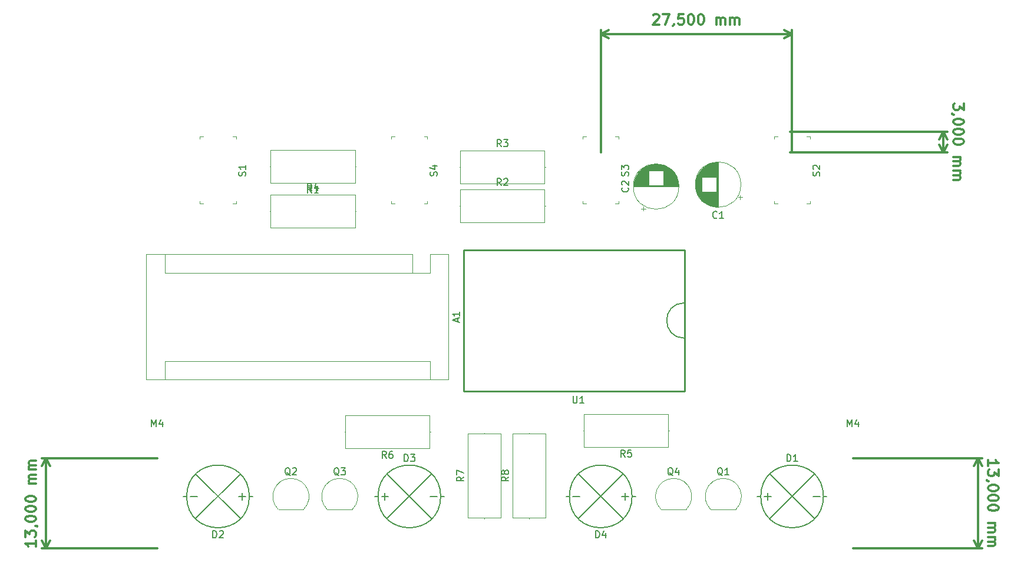
<source format=gbr>
G04 #@! TF.GenerationSoftware,KiCad,Pcbnew,5.0.2-bee76a0~70~ubuntu18.04.1*
G04 #@! TF.CreationDate,2019-01-02T21:03:54+01:00*
G04 #@! TF.ProjectId,magic-switchboard,6d616769-632d-4737-9769-746368626f61,v2*
G04 #@! TF.SameCoordinates,Original*
G04 #@! TF.FileFunction,Legend,Top*
G04 #@! TF.FilePolarity,Positive*
%FSLAX46Y46*%
G04 Gerber Fmt 4.6, Leading zero omitted, Abs format (unit mm)*
G04 Created by KiCad (PCBNEW 5.0.2-bee76a0~70~ubuntu18.04.1) date Mi 02 Jan 2019 21:03:54 CET*
%MOMM*%
%LPD*%
G01*
G04 APERTURE LIST*
%ADD10C,0.300000*%
%ADD11C,0.120000*%
%ADD12C,0.100000*%
%ADD13C,0.127000*%
%ADD14C,0.254000*%
%ADD15C,0.150000*%
G04 APERTURE END LIST*
D10*
X77578571Y-138857142D02*
X77578571Y-139714285D01*
X77578571Y-139285714D02*
X76078571Y-139285714D01*
X76292857Y-139428571D01*
X76435714Y-139571428D01*
X76507142Y-139714285D01*
X76078571Y-138357142D02*
X76078571Y-137428571D01*
X76650000Y-137928571D01*
X76650000Y-137714285D01*
X76721428Y-137571428D01*
X76792857Y-137500000D01*
X76935714Y-137428571D01*
X77292857Y-137428571D01*
X77435714Y-137500000D01*
X77507142Y-137571428D01*
X77578571Y-137714285D01*
X77578571Y-138142857D01*
X77507142Y-138285714D01*
X77435714Y-138357142D01*
X77507142Y-136714285D02*
X77578571Y-136714285D01*
X77721428Y-136785714D01*
X77792857Y-136857142D01*
X76078571Y-135785714D02*
X76078571Y-135642857D01*
X76150000Y-135500000D01*
X76221428Y-135428571D01*
X76364285Y-135357142D01*
X76650000Y-135285714D01*
X77007142Y-135285714D01*
X77292857Y-135357142D01*
X77435714Y-135428571D01*
X77507142Y-135500000D01*
X77578571Y-135642857D01*
X77578571Y-135785714D01*
X77507142Y-135928571D01*
X77435714Y-136000000D01*
X77292857Y-136071428D01*
X77007142Y-136142857D01*
X76650000Y-136142857D01*
X76364285Y-136071428D01*
X76221428Y-136000000D01*
X76150000Y-135928571D01*
X76078571Y-135785714D01*
X76078571Y-134357142D02*
X76078571Y-134214285D01*
X76150000Y-134071428D01*
X76221428Y-134000000D01*
X76364285Y-133928571D01*
X76650000Y-133857142D01*
X77007142Y-133857142D01*
X77292857Y-133928571D01*
X77435714Y-134000000D01*
X77507142Y-134071428D01*
X77578571Y-134214285D01*
X77578571Y-134357142D01*
X77507142Y-134500000D01*
X77435714Y-134571428D01*
X77292857Y-134642857D01*
X77007142Y-134714285D01*
X76650000Y-134714285D01*
X76364285Y-134642857D01*
X76221428Y-134571428D01*
X76150000Y-134500000D01*
X76078571Y-134357142D01*
X76078571Y-132928571D02*
X76078571Y-132785714D01*
X76150000Y-132642857D01*
X76221428Y-132571428D01*
X76364285Y-132500000D01*
X76650000Y-132428571D01*
X77007142Y-132428571D01*
X77292857Y-132500000D01*
X77435714Y-132571428D01*
X77507142Y-132642857D01*
X77578571Y-132785714D01*
X77578571Y-132928571D01*
X77507142Y-133071428D01*
X77435714Y-133142857D01*
X77292857Y-133214285D01*
X77007142Y-133285714D01*
X76650000Y-133285714D01*
X76364285Y-133214285D01*
X76221428Y-133142857D01*
X76150000Y-133071428D01*
X76078571Y-132928571D01*
X77578571Y-130642857D02*
X76578571Y-130642857D01*
X76721428Y-130642857D02*
X76650000Y-130571428D01*
X76578571Y-130428571D01*
X76578571Y-130214285D01*
X76650000Y-130071428D01*
X76792857Y-130000000D01*
X77578571Y-130000000D01*
X76792857Y-130000000D02*
X76650000Y-129928571D01*
X76578571Y-129785714D01*
X76578571Y-129571428D01*
X76650000Y-129428571D01*
X76792857Y-129357142D01*
X77578571Y-129357142D01*
X77578571Y-128642857D02*
X76578571Y-128642857D01*
X76721428Y-128642857D02*
X76650000Y-128571428D01*
X76578571Y-128428571D01*
X76578571Y-128214285D01*
X76650000Y-128071428D01*
X76792857Y-128000000D01*
X77578571Y-128000000D01*
X76792857Y-128000000D02*
X76650000Y-127928571D01*
X76578571Y-127785714D01*
X76578571Y-127571428D01*
X76650000Y-127428571D01*
X76792857Y-127357142D01*
X77578571Y-127357142D01*
X79000000Y-140000000D02*
X79000000Y-127000000D01*
X95000000Y-140000000D02*
X78413579Y-140000000D01*
X95000000Y-127000000D02*
X78413579Y-127000000D01*
X79000000Y-127000000D02*
X79586421Y-128126504D01*
X79000000Y-127000000D02*
X78413579Y-128126504D01*
X79000000Y-140000000D02*
X79586421Y-138873496D01*
X79000000Y-140000000D02*
X78413579Y-138873496D01*
X214421428Y-128142857D02*
X214421428Y-127285714D01*
X214421428Y-127714285D02*
X215921428Y-127714285D01*
X215707142Y-127571428D01*
X215564285Y-127428571D01*
X215492857Y-127285714D01*
X215921428Y-128642857D02*
X215921428Y-129571428D01*
X215350000Y-129071428D01*
X215350000Y-129285714D01*
X215278571Y-129428571D01*
X215207142Y-129500000D01*
X215064285Y-129571428D01*
X214707142Y-129571428D01*
X214564285Y-129500000D01*
X214492857Y-129428571D01*
X214421428Y-129285714D01*
X214421428Y-128857142D01*
X214492857Y-128714285D01*
X214564285Y-128642857D01*
X214492857Y-130285714D02*
X214421428Y-130285714D01*
X214278571Y-130214285D01*
X214207142Y-130142857D01*
X215921428Y-131214285D02*
X215921428Y-131357142D01*
X215850000Y-131500000D01*
X215778571Y-131571428D01*
X215635714Y-131642857D01*
X215350000Y-131714285D01*
X214992857Y-131714285D01*
X214707142Y-131642857D01*
X214564285Y-131571428D01*
X214492857Y-131500000D01*
X214421428Y-131357142D01*
X214421428Y-131214285D01*
X214492857Y-131071428D01*
X214564285Y-131000000D01*
X214707142Y-130928571D01*
X214992857Y-130857142D01*
X215350000Y-130857142D01*
X215635714Y-130928571D01*
X215778571Y-131000000D01*
X215850000Y-131071428D01*
X215921428Y-131214285D01*
X215921428Y-132642857D02*
X215921428Y-132785714D01*
X215850000Y-132928571D01*
X215778571Y-133000000D01*
X215635714Y-133071428D01*
X215350000Y-133142857D01*
X214992857Y-133142857D01*
X214707142Y-133071428D01*
X214564285Y-133000000D01*
X214492857Y-132928571D01*
X214421428Y-132785714D01*
X214421428Y-132642857D01*
X214492857Y-132500000D01*
X214564285Y-132428571D01*
X214707142Y-132357142D01*
X214992857Y-132285714D01*
X215350000Y-132285714D01*
X215635714Y-132357142D01*
X215778571Y-132428571D01*
X215850000Y-132500000D01*
X215921428Y-132642857D01*
X215921428Y-134071428D02*
X215921428Y-134214285D01*
X215850000Y-134357142D01*
X215778571Y-134428571D01*
X215635714Y-134500000D01*
X215350000Y-134571428D01*
X214992857Y-134571428D01*
X214707142Y-134500000D01*
X214564285Y-134428571D01*
X214492857Y-134357142D01*
X214421428Y-134214285D01*
X214421428Y-134071428D01*
X214492857Y-133928571D01*
X214564285Y-133857142D01*
X214707142Y-133785714D01*
X214992857Y-133714285D01*
X215350000Y-133714285D01*
X215635714Y-133785714D01*
X215778571Y-133857142D01*
X215850000Y-133928571D01*
X215921428Y-134071428D01*
X214421428Y-136357142D02*
X215421428Y-136357142D01*
X215278571Y-136357142D02*
X215350000Y-136428571D01*
X215421428Y-136571428D01*
X215421428Y-136785714D01*
X215350000Y-136928571D01*
X215207142Y-137000000D01*
X214421428Y-137000000D01*
X215207142Y-137000000D02*
X215350000Y-137071428D01*
X215421428Y-137214285D01*
X215421428Y-137428571D01*
X215350000Y-137571428D01*
X215207142Y-137642857D01*
X214421428Y-137642857D01*
X214421428Y-138357142D02*
X215421428Y-138357142D01*
X215278571Y-138357142D02*
X215350000Y-138428571D01*
X215421428Y-138571428D01*
X215421428Y-138785714D01*
X215350000Y-138928571D01*
X215207142Y-139000000D01*
X214421428Y-139000000D01*
X215207142Y-139000000D02*
X215350000Y-139071428D01*
X215421428Y-139214285D01*
X215421428Y-139428571D01*
X215350000Y-139571428D01*
X215207142Y-139642857D01*
X214421428Y-139642857D01*
X213000000Y-127000000D02*
X213000000Y-140000000D01*
X195000000Y-127000000D02*
X213586421Y-127000000D01*
X195000000Y-140000000D02*
X213586421Y-140000000D01*
X213000000Y-140000000D02*
X212413579Y-138873496D01*
X213000000Y-140000000D02*
X213586421Y-138873496D01*
X213000000Y-127000000D02*
X212413579Y-128126504D01*
X213000000Y-127000000D02*
X213586421Y-128126504D01*
X166285714Y-63221428D02*
X166357142Y-63150000D01*
X166500000Y-63078571D01*
X166857142Y-63078571D01*
X167000000Y-63150000D01*
X167071428Y-63221428D01*
X167142857Y-63364285D01*
X167142857Y-63507142D01*
X167071428Y-63721428D01*
X166214285Y-64578571D01*
X167142857Y-64578571D01*
X167642857Y-63078571D02*
X168642857Y-63078571D01*
X168000000Y-64578571D01*
X169285714Y-64507142D02*
X169285714Y-64578571D01*
X169214285Y-64721428D01*
X169142857Y-64792857D01*
X170642857Y-63078571D02*
X169928571Y-63078571D01*
X169857142Y-63792857D01*
X169928571Y-63721428D01*
X170071428Y-63650000D01*
X170428571Y-63650000D01*
X170571428Y-63721428D01*
X170642857Y-63792857D01*
X170714285Y-63935714D01*
X170714285Y-64292857D01*
X170642857Y-64435714D01*
X170571428Y-64507142D01*
X170428571Y-64578571D01*
X170071428Y-64578571D01*
X169928571Y-64507142D01*
X169857142Y-64435714D01*
X171642857Y-63078571D02*
X171785714Y-63078571D01*
X171928571Y-63150000D01*
X172000000Y-63221428D01*
X172071428Y-63364285D01*
X172142857Y-63650000D01*
X172142857Y-64007142D01*
X172071428Y-64292857D01*
X172000000Y-64435714D01*
X171928571Y-64507142D01*
X171785714Y-64578571D01*
X171642857Y-64578571D01*
X171500000Y-64507142D01*
X171428571Y-64435714D01*
X171357142Y-64292857D01*
X171285714Y-64007142D01*
X171285714Y-63650000D01*
X171357142Y-63364285D01*
X171428571Y-63221428D01*
X171500000Y-63150000D01*
X171642857Y-63078571D01*
X173071428Y-63078571D02*
X173214285Y-63078571D01*
X173357142Y-63150000D01*
X173428571Y-63221428D01*
X173500000Y-63364285D01*
X173571428Y-63650000D01*
X173571428Y-64007142D01*
X173500000Y-64292857D01*
X173428571Y-64435714D01*
X173357142Y-64507142D01*
X173214285Y-64578571D01*
X173071428Y-64578571D01*
X172928571Y-64507142D01*
X172857142Y-64435714D01*
X172785714Y-64292857D01*
X172714285Y-64007142D01*
X172714285Y-63650000D01*
X172785714Y-63364285D01*
X172857142Y-63221428D01*
X172928571Y-63150000D01*
X173071428Y-63078571D01*
X175357142Y-64578571D02*
X175357142Y-63578571D01*
X175357142Y-63721428D02*
X175428571Y-63650000D01*
X175571428Y-63578571D01*
X175785714Y-63578571D01*
X175928571Y-63650000D01*
X176000000Y-63792857D01*
X176000000Y-64578571D01*
X176000000Y-63792857D02*
X176071428Y-63650000D01*
X176214285Y-63578571D01*
X176428571Y-63578571D01*
X176571428Y-63650000D01*
X176642857Y-63792857D01*
X176642857Y-64578571D01*
X177357142Y-64578571D02*
X177357142Y-63578571D01*
X177357142Y-63721428D02*
X177428571Y-63650000D01*
X177571428Y-63578571D01*
X177785714Y-63578571D01*
X177928571Y-63650000D01*
X178000000Y-63792857D01*
X178000000Y-64578571D01*
X178000000Y-63792857D02*
X178071428Y-63650000D01*
X178214285Y-63578571D01*
X178428571Y-63578571D01*
X178571428Y-63650000D01*
X178642857Y-63792857D01*
X178642857Y-64578571D01*
X158750000Y-66000000D02*
X186250000Y-66000000D01*
X158750000Y-83000000D02*
X158750000Y-65413579D01*
X186250000Y-83000000D02*
X186250000Y-65413579D01*
X186250000Y-66000000D02*
X185123496Y-66586421D01*
X186250000Y-66000000D02*
X185123496Y-65413579D01*
X158750000Y-66000000D02*
X159876504Y-66586421D01*
X158750000Y-66000000D02*
X159876504Y-65413579D01*
X210921428Y-75928571D02*
X210921428Y-76857142D01*
X210350000Y-76357142D01*
X210350000Y-76571428D01*
X210278571Y-76714285D01*
X210207142Y-76785714D01*
X210064285Y-76857142D01*
X209707142Y-76857142D01*
X209564285Y-76785714D01*
X209492857Y-76714285D01*
X209421428Y-76571428D01*
X209421428Y-76142857D01*
X209492857Y-76000000D01*
X209564285Y-75928571D01*
X209492857Y-77571428D02*
X209421428Y-77571428D01*
X209278571Y-77500000D01*
X209207142Y-77428571D01*
X210921428Y-78500000D02*
X210921428Y-78642857D01*
X210850000Y-78785714D01*
X210778571Y-78857142D01*
X210635714Y-78928571D01*
X210350000Y-79000000D01*
X209992857Y-79000000D01*
X209707142Y-78928571D01*
X209564285Y-78857142D01*
X209492857Y-78785714D01*
X209421428Y-78642857D01*
X209421428Y-78500000D01*
X209492857Y-78357142D01*
X209564285Y-78285714D01*
X209707142Y-78214285D01*
X209992857Y-78142857D01*
X210350000Y-78142857D01*
X210635714Y-78214285D01*
X210778571Y-78285714D01*
X210850000Y-78357142D01*
X210921428Y-78500000D01*
X210921428Y-79928571D02*
X210921428Y-80071428D01*
X210850000Y-80214285D01*
X210778571Y-80285714D01*
X210635714Y-80357142D01*
X210350000Y-80428571D01*
X209992857Y-80428571D01*
X209707142Y-80357142D01*
X209564285Y-80285714D01*
X209492857Y-80214285D01*
X209421428Y-80071428D01*
X209421428Y-79928571D01*
X209492857Y-79785714D01*
X209564285Y-79714285D01*
X209707142Y-79642857D01*
X209992857Y-79571428D01*
X210350000Y-79571428D01*
X210635714Y-79642857D01*
X210778571Y-79714285D01*
X210850000Y-79785714D01*
X210921428Y-79928571D01*
X210921428Y-81357142D02*
X210921428Y-81500000D01*
X210850000Y-81642857D01*
X210778571Y-81714285D01*
X210635714Y-81785714D01*
X210350000Y-81857142D01*
X209992857Y-81857142D01*
X209707142Y-81785714D01*
X209564285Y-81714285D01*
X209492857Y-81642857D01*
X209421428Y-81500000D01*
X209421428Y-81357142D01*
X209492857Y-81214285D01*
X209564285Y-81142857D01*
X209707142Y-81071428D01*
X209992857Y-81000000D01*
X210350000Y-81000000D01*
X210635714Y-81071428D01*
X210778571Y-81142857D01*
X210850000Y-81214285D01*
X210921428Y-81357142D01*
X209421428Y-83642857D02*
X210421428Y-83642857D01*
X210278571Y-83642857D02*
X210350000Y-83714285D01*
X210421428Y-83857142D01*
X210421428Y-84071428D01*
X210350000Y-84214285D01*
X210207142Y-84285714D01*
X209421428Y-84285714D01*
X210207142Y-84285714D02*
X210350000Y-84357142D01*
X210421428Y-84500000D01*
X210421428Y-84714285D01*
X210350000Y-84857142D01*
X210207142Y-84928571D01*
X209421428Y-84928571D01*
X209421428Y-85642857D02*
X210421428Y-85642857D01*
X210278571Y-85642857D02*
X210350000Y-85714285D01*
X210421428Y-85857142D01*
X210421428Y-86071428D01*
X210350000Y-86214285D01*
X210207142Y-86285714D01*
X209421428Y-86285714D01*
X210207142Y-86285714D02*
X210350000Y-86357142D01*
X210421428Y-86500000D01*
X210421428Y-86714285D01*
X210350000Y-86857142D01*
X210207142Y-86928571D01*
X209421428Y-86928571D01*
X208000000Y-80000000D02*
X208000000Y-83000000D01*
X186000000Y-80000000D02*
X208586421Y-80000000D01*
X186000000Y-83000000D02*
X208586421Y-83000000D01*
X208000000Y-83000000D02*
X207413579Y-81873496D01*
X208000000Y-83000000D02*
X208586421Y-81873496D01*
X208000000Y-80000000D02*
X207413579Y-81126504D01*
X208000000Y-80000000D02*
X208586421Y-81126504D01*
D11*
G04 #@! TO.C,A1*
X136866000Y-115690000D02*
X136866000Y-97650000D01*
X93426000Y-115690000D02*
X136866000Y-115690000D01*
X93426000Y-97650000D02*
X93426000Y-115690000D01*
X96096000Y-100320000D02*
X96096000Y-97650000D01*
X131656000Y-100320000D02*
X96096000Y-100320000D01*
X131656000Y-100320000D02*
X131656000Y-97650000D01*
X96096000Y-113020000D02*
X96096000Y-115690000D01*
X134196000Y-113020000D02*
X96096000Y-113020000D01*
X134196000Y-113020000D02*
X134196000Y-115690000D01*
X136866000Y-97650000D02*
X134196000Y-97650000D01*
X131656000Y-97650000D02*
X93426000Y-97650000D01*
X134196000Y-100320000D02*
X134196000Y-97650000D01*
X131656000Y-100320000D02*
X134196000Y-100320000D01*
G04 #@! TO.C,C1*
X178803241Y-89774000D02*
X178803241Y-89144000D01*
X179118241Y-89459000D02*
X178488241Y-89459000D01*
X172377000Y-88022000D02*
X172377000Y-87218000D01*
X172417000Y-88253000D02*
X172417000Y-86987000D01*
X172457000Y-88422000D02*
X172457000Y-86818000D01*
X172497000Y-88560000D02*
X172497000Y-86680000D01*
X172537000Y-88679000D02*
X172537000Y-86561000D01*
X172577000Y-88785000D02*
X172577000Y-86455000D01*
X172617000Y-88882000D02*
X172617000Y-86358000D01*
X172657000Y-88970000D02*
X172657000Y-86270000D01*
X172697000Y-89052000D02*
X172697000Y-86188000D01*
X172737000Y-89129000D02*
X172737000Y-86111000D01*
X172777000Y-89201000D02*
X172777000Y-86039000D01*
X172817000Y-89270000D02*
X172817000Y-85970000D01*
X172857000Y-89334000D02*
X172857000Y-85906000D01*
X172897000Y-89396000D02*
X172897000Y-85844000D01*
X172937000Y-89454000D02*
X172937000Y-85786000D01*
X172977000Y-89510000D02*
X172977000Y-85730000D01*
X173017000Y-89564000D02*
X173017000Y-85676000D01*
X173057000Y-89615000D02*
X173057000Y-85625000D01*
X173097000Y-89664000D02*
X173097000Y-85576000D01*
X173137000Y-89712000D02*
X173137000Y-85528000D01*
X173177000Y-89757000D02*
X173177000Y-85483000D01*
X173217000Y-89802000D02*
X173217000Y-85438000D01*
X173257000Y-89844000D02*
X173257000Y-85396000D01*
X173297000Y-89885000D02*
X173297000Y-85355000D01*
X173337000Y-86580000D02*
X173337000Y-85315000D01*
X173337000Y-89925000D02*
X173337000Y-88660000D01*
X173377000Y-86580000D02*
X173377000Y-85277000D01*
X173377000Y-89963000D02*
X173377000Y-88660000D01*
X173417000Y-86580000D02*
X173417000Y-85240000D01*
X173417000Y-90000000D02*
X173417000Y-88660000D01*
X173457000Y-86580000D02*
X173457000Y-85204000D01*
X173457000Y-90036000D02*
X173457000Y-88660000D01*
X173497000Y-86580000D02*
X173497000Y-85170000D01*
X173497000Y-90070000D02*
X173497000Y-88660000D01*
X173537000Y-86580000D02*
X173537000Y-85136000D01*
X173537000Y-90104000D02*
X173537000Y-88660000D01*
X173577000Y-86580000D02*
X173577000Y-85104000D01*
X173577000Y-90136000D02*
X173577000Y-88660000D01*
X173617000Y-86580000D02*
X173617000Y-85072000D01*
X173617000Y-90168000D02*
X173617000Y-88660000D01*
X173657000Y-86580000D02*
X173657000Y-85042000D01*
X173657000Y-90198000D02*
X173657000Y-88660000D01*
X173697000Y-86580000D02*
X173697000Y-85013000D01*
X173697000Y-90227000D02*
X173697000Y-88660000D01*
X173737000Y-86580000D02*
X173737000Y-84984000D01*
X173737000Y-90256000D02*
X173737000Y-88660000D01*
X173777000Y-86580000D02*
X173777000Y-84956000D01*
X173777000Y-90284000D02*
X173777000Y-88660000D01*
X173817000Y-86580000D02*
X173817000Y-84930000D01*
X173817000Y-90310000D02*
X173817000Y-88660000D01*
X173857000Y-86580000D02*
X173857000Y-84904000D01*
X173857000Y-90336000D02*
X173857000Y-88660000D01*
X173897000Y-86580000D02*
X173897000Y-84878000D01*
X173897000Y-90362000D02*
X173897000Y-88660000D01*
X173937000Y-86580000D02*
X173937000Y-84854000D01*
X173937000Y-90386000D02*
X173937000Y-88660000D01*
X173977000Y-86580000D02*
X173977000Y-84830000D01*
X173977000Y-90410000D02*
X173977000Y-88660000D01*
X174017000Y-86580000D02*
X174017000Y-84808000D01*
X174017000Y-90432000D02*
X174017000Y-88660000D01*
X174057000Y-86580000D02*
X174057000Y-84786000D01*
X174057000Y-90454000D02*
X174057000Y-88660000D01*
X174097000Y-86580000D02*
X174097000Y-84764000D01*
X174097000Y-90476000D02*
X174097000Y-88660000D01*
X174137000Y-86580000D02*
X174137000Y-84744000D01*
X174137000Y-90496000D02*
X174137000Y-88660000D01*
X174177000Y-86580000D02*
X174177000Y-84724000D01*
X174177000Y-90516000D02*
X174177000Y-88660000D01*
X174217000Y-86580000D02*
X174217000Y-84704000D01*
X174217000Y-90536000D02*
X174217000Y-88660000D01*
X174257000Y-86580000D02*
X174257000Y-84686000D01*
X174257000Y-90554000D02*
X174257000Y-88660000D01*
X174297000Y-86580000D02*
X174297000Y-84668000D01*
X174297000Y-90572000D02*
X174297000Y-88660000D01*
X174337000Y-86580000D02*
X174337000Y-84650000D01*
X174337000Y-90590000D02*
X174337000Y-88660000D01*
X174377000Y-86580000D02*
X174377000Y-84634000D01*
X174377000Y-90606000D02*
X174377000Y-88660000D01*
X174417000Y-86580000D02*
X174417000Y-84618000D01*
X174417000Y-90622000D02*
X174417000Y-88660000D01*
X174457000Y-86580000D02*
X174457000Y-84602000D01*
X174457000Y-90638000D02*
X174457000Y-88660000D01*
X174497000Y-86580000D02*
X174497000Y-84587000D01*
X174497000Y-90653000D02*
X174497000Y-88660000D01*
X174537000Y-86580000D02*
X174537000Y-84573000D01*
X174537000Y-90667000D02*
X174537000Y-88660000D01*
X174577000Y-86580000D02*
X174577000Y-84559000D01*
X174577000Y-90681000D02*
X174577000Y-88660000D01*
X174617000Y-86580000D02*
X174617000Y-84546000D01*
X174617000Y-90694000D02*
X174617000Y-88660000D01*
X174657000Y-86580000D02*
X174657000Y-84534000D01*
X174657000Y-90706000D02*
X174657000Y-88660000D01*
X174697000Y-86580000D02*
X174697000Y-84522000D01*
X174697000Y-90718000D02*
X174697000Y-88660000D01*
X174737000Y-86580000D02*
X174737000Y-84510000D01*
X174737000Y-90730000D02*
X174737000Y-88660000D01*
X174777000Y-86580000D02*
X174777000Y-84499000D01*
X174777000Y-90741000D02*
X174777000Y-88660000D01*
X174817000Y-86580000D02*
X174817000Y-84489000D01*
X174817000Y-90751000D02*
X174817000Y-88660000D01*
X174857000Y-86580000D02*
X174857000Y-84479000D01*
X174857000Y-90761000D02*
X174857000Y-88660000D01*
X174897000Y-86580000D02*
X174897000Y-84470000D01*
X174897000Y-90770000D02*
X174897000Y-88660000D01*
X174938000Y-86580000D02*
X174938000Y-84461000D01*
X174938000Y-90779000D02*
X174938000Y-88660000D01*
X174978000Y-86580000D02*
X174978000Y-84453000D01*
X174978000Y-90787000D02*
X174978000Y-88660000D01*
X175018000Y-86580000D02*
X175018000Y-84445000D01*
X175018000Y-90795000D02*
X175018000Y-88660000D01*
X175058000Y-86580000D02*
X175058000Y-84438000D01*
X175058000Y-90802000D02*
X175058000Y-88660000D01*
X175098000Y-86580000D02*
X175098000Y-84431000D01*
X175098000Y-90809000D02*
X175098000Y-88660000D01*
X175138000Y-86580000D02*
X175138000Y-84425000D01*
X175138000Y-90815000D02*
X175138000Y-88660000D01*
X175178000Y-86580000D02*
X175178000Y-84419000D01*
X175178000Y-90821000D02*
X175178000Y-88660000D01*
X175218000Y-86580000D02*
X175218000Y-84414000D01*
X175218000Y-90826000D02*
X175218000Y-88660000D01*
X175258000Y-86580000D02*
X175258000Y-84409000D01*
X175258000Y-90831000D02*
X175258000Y-88660000D01*
X175298000Y-86580000D02*
X175298000Y-84405000D01*
X175298000Y-90835000D02*
X175298000Y-88660000D01*
X175338000Y-86580000D02*
X175338000Y-84402000D01*
X175338000Y-90838000D02*
X175338000Y-88660000D01*
X175378000Y-86580000D02*
X175378000Y-84398000D01*
X175378000Y-90842000D02*
X175378000Y-88660000D01*
X175418000Y-90844000D02*
X175418000Y-84396000D01*
X175458000Y-90847000D02*
X175458000Y-84393000D01*
X175498000Y-90848000D02*
X175498000Y-84392000D01*
X175538000Y-90850000D02*
X175538000Y-84390000D01*
X175578000Y-90850000D02*
X175578000Y-84390000D01*
X175618000Y-90850000D02*
X175618000Y-84390000D01*
X178888000Y-87620000D02*
G75*
G03X178888000Y-87620000I-3270000J0D01*
G01*
G04 #@! TO.C,C2*
X164554000Y-91079241D02*
X165184000Y-91079241D01*
X164869000Y-91394241D02*
X164869000Y-90764241D01*
X166306000Y-84653000D02*
X167110000Y-84653000D01*
X166075000Y-84693000D02*
X167341000Y-84693000D01*
X165906000Y-84733000D02*
X167510000Y-84733000D01*
X165768000Y-84773000D02*
X167648000Y-84773000D01*
X165649000Y-84813000D02*
X167767000Y-84813000D01*
X165543000Y-84853000D02*
X167873000Y-84853000D01*
X165446000Y-84893000D02*
X167970000Y-84893000D01*
X165358000Y-84933000D02*
X168058000Y-84933000D01*
X165276000Y-84973000D02*
X168140000Y-84973000D01*
X165199000Y-85013000D02*
X168217000Y-85013000D01*
X165127000Y-85053000D02*
X168289000Y-85053000D01*
X165058000Y-85093000D02*
X168358000Y-85093000D01*
X164994000Y-85133000D02*
X168422000Y-85133000D01*
X164932000Y-85173000D02*
X168484000Y-85173000D01*
X164874000Y-85213000D02*
X168542000Y-85213000D01*
X164818000Y-85253000D02*
X168598000Y-85253000D01*
X164764000Y-85293000D02*
X168652000Y-85293000D01*
X164713000Y-85333000D02*
X168703000Y-85333000D01*
X164664000Y-85373000D02*
X168752000Y-85373000D01*
X164616000Y-85413000D02*
X168800000Y-85413000D01*
X164571000Y-85453000D02*
X168845000Y-85453000D01*
X164526000Y-85493000D02*
X168890000Y-85493000D01*
X164484000Y-85533000D02*
X168932000Y-85533000D01*
X164443000Y-85573000D02*
X168973000Y-85573000D01*
X167748000Y-85613000D02*
X169013000Y-85613000D01*
X164403000Y-85613000D02*
X165668000Y-85613000D01*
X167748000Y-85653000D02*
X169051000Y-85653000D01*
X164365000Y-85653000D02*
X165668000Y-85653000D01*
X167748000Y-85693000D02*
X169088000Y-85693000D01*
X164328000Y-85693000D02*
X165668000Y-85693000D01*
X167748000Y-85733000D02*
X169124000Y-85733000D01*
X164292000Y-85733000D02*
X165668000Y-85733000D01*
X167748000Y-85773000D02*
X169158000Y-85773000D01*
X164258000Y-85773000D02*
X165668000Y-85773000D01*
X167748000Y-85813000D02*
X169192000Y-85813000D01*
X164224000Y-85813000D02*
X165668000Y-85813000D01*
X167748000Y-85853000D02*
X169224000Y-85853000D01*
X164192000Y-85853000D02*
X165668000Y-85853000D01*
X167748000Y-85893000D02*
X169256000Y-85893000D01*
X164160000Y-85893000D02*
X165668000Y-85893000D01*
X167748000Y-85933000D02*
X169286000Y-85933000D01*
X164130000Y-85933000D02*
X165668000Y-85933000D01*
X167748000Y-85973000D02*
X169315000Y-85973000D01*
X164101000Y-85973000D02*
X165668000Y-85973000D01*
X167748000Y-86013000D02*
X169344000Y-86013000D01*
X164072000Y-86013000D02*
X165668000Y-86013000D01*
X167748000Y-86053000D02*
X169372000Y-86053000D01*
X164044000Y-86053000D02*
X165668000Y-86053000D01*
X167748000Y-86093000D02*
X169398000Y-86093000D01*
X164018000Y-86093000D02*
X165668000Y-86093000D01*
X167748000Y-86133000D02*
X169424000Y-86133000D01*
X163992000Y-86133000D02*
X165668000Y-86133000D01*
X167748000Y-86173000D02*
X169450000Y-86173000D01*
X163966000Y-86173000D02*
X165668000Y-86173000D01*
X167748000Y-86213000D02*
X169474000Y-86213000D01*
X163942000Y-86213000D02*
X165668000Y-86213000D01*
X167748000Y-86253000D02*
X169498000Y-86253000D01*
X163918000Y-86253000D02*
X165668000Y-86253000D01*
X167748000Y-86293000D02*
X169520000Y-86293000D01*
X163896000Y-86293000D02*
X165668000Y-86293000D01*
X167748000Y-86333000D02*
X169542000Y-86333000D01*
X163874000Y-86333000D02*
X165668000Y-86333000D01*
X167748000Y-86373000D02*
X169564000Y-86373000D01*
X163852000Y-86373000D02*
X165668000Y-86373000D01*
X167748000Y-86413000D02*
X169584000Y-86413000D01*
X163832000Y-86413000D02*
X165668000Y-86413000D01*
X167748000Y-86453000D02*
X169604000Y-86453000D01*
X163812000Y-86453000D02*
X165668000Y-86453000D01*
X167748000Y-86493000D02*
X169624000Y-86493000D01*
X163792000Y-86493000D02*
X165668000Y-86493000D01*
X167748000Y-86533000D02*
X169642000Y-86533000D01*
X163774000Y-86533000D02*
X165668000Y-86533000D01*
X167748000Y-86573000D02*
X169660000Y-86573000D01*
X163756000Y-86573000D02*
X165668000Y-86573000D01*
X167748000Y-86613000D02*
X169678000Y-86613000D01*
X163738000Y-86613000D02*
X165668000Y-86613000D01*
X167748000Y-86653000D02*
X169694000Y-86653000D01*
X163722000Y-86653000D02*
X165668000Y-86653000D01*
X167748000Y-86693000D02*
X169710000Y-86693000D01*
X163706000Y-86693000D02*
X165668000Y-86693000D01*
X167748000Y-86733000D02*
X169726000Y-86733000D01*
X163690000Y-86733000D02*
X165668000Y-86733000D01*
X167748000Y-86773000D02*
X169741000Y-86773000D01*
X163675000Y-86773000D02*
X165668000Y-86773000D01*
X167748000Y-86813000D02*
X169755000Y-86813000D01*
X163661000Y-86813000D02*
X165668000Y-86813000D01*
X167748000Y-86853000D02*
X169769000Y-86853000D01*
X163647000Y-86853000D02*
X165668000Y-86853000D01*
X167748000Y-86893000D02*
X169782000Y-86893000D01*
X163634000Y-86893000D02*
X165668000Y-86893000D01*
X167748000Y-86933000D02*
X169794000Y-86933000D01*
X163622000Y-86933000D02*
X165668000Y-86933000D01*
X167748000Y-86973000D02*
X169806000Y-86973000D01*
X163610000Y-86973000D02*
X165668000Y-86973000D01*
X167748000Y-87013000D02*
X169818000Y-87013000D01*
X163598000Y-87013000D02*
X165668000Y-87013000D01*
X167748000Y-87053000D02*
X169829000Y-87053000D01*
X163587000Y-87053000D02*
X165668000Y-87053000D01*
X167748000Y-87093000D02*
X169839000Y-87093000D01*
X163577000Y-87093000D02*
X165668000Y-87093000D01*
X167748000Y-87133000D02*
X169849000Y-87133000D01*
X163567000Y-87133000D02*
X165668000Y-87133000D01*
X167748000Y-87173000D02*
X169858000Y-87173000D01*
X163558000Y-87173000D02*
X165668000Y-87173000D01*
X167748000Y-87214000D02*
X169867000Y-87214000D01*
X163549000Y-87214000D02*
X165668000Y-87214000D01*
X167748000Y-87254000D02*
X169875000Y-87254000D01*
X163541000Y-87254000D02*
X165668000Y-87254000D01*
X167748000Y-87294000D02*
X169883000Y-87294000D01*
X163533000Y-87294000D02*
X165668000Y-87294000D01*
X167748000Y-87334000D02*
X169890000Y-87334000D01*
X163526000Y-87334000D02*
X165668000Y-87334000D01*
X167748000Y-87374000D02*
X169897000Y-87374000D01*
X163519000Y-87374000D02*
X165668000Y-87374000D01*
X167748000Y-87414000D02*
X169903000Y-87414000D01*
X163513000Y-87414000D02*
X165668000Y-87414000D01*
X167748000Y-87454000D02*
X169909000Y-87454000D01*
X163507000Y-87454000D02*
X165668000Y-87454000D01*
X167748000Y-87494000D02*
X169914000Y-87494000D01*
X163502000Y-87494000D02*
X165668000Y-87494000D01*
X167748000Y-87534000D02*
X169919000Y-87534000D01*
X163497000Y-87534000D02*
X165668000Y-87534000D01*
X167748000Y-87574000D02*
X169923000Y-87574000D01*
X163493000Y-87574000D02*
X165668000Y-87574000D01*
X167748000Y-87614000D02*
X169926000Y-87614000D01*
X163490000Y-87614000D02*
X165668000Y-87614000D01*
X167748000Y-87654000D02*
X169930000Y-87654000D01*
X163486000Y-87654000D02*
X165668000Y-87654000D01*
X163484000Y-87694000D02*
X169932000Y-87694000D01*
X163481000Y-87734000D02*
X169935000Y-87734000D01*
X163480000Y-87774000D02*
X169936000Y-87774000D01*
X163478000Y-87814000D02*
X169938000Y-87814000D01*
X163478000Y-87854000D02*
X169938000Y-87854000D01*
X163478000Y-87894000D02*
X169938000Y-87894000D01*
X169978000Y-87894000D02*
G75*
G03X169978000Y-87894000I-3270000J0D01*
G01*
G04 #@! TO.C,Q1*
X178198478Y-134338478D02*
G75*
G03X176360000Y-129900000I-1838478J1838478D01*
G01*
X174521522Y-134338478D02*
G75*
G02X176360000Y-129900000I1838478J1838478D01*
G01*
X174560000Y-134350000D02*
X178160000Y-134350000D01*
G04 #@! TO.C,Q2*
X116068478Y-134338478D02*
G75*
G03X114230000Y-129900000I-1838478J1838478D01*
G01*
X112391522Y-134338478D02*
G75*
G02X114230000Y-129900000I1838478J1838478D01*
G01*
X112430000Y-134350000D02*
X116030000Y-134350000D01*
G04 #@! TO.C,Q3*
X123080478Y-134338478D02*
G75*
G03X121242000Y-129900000I-1838478J1838478D01*
G01*
X119403522Y-134338478D02*
G75*
G02X121242000Y-129900000I1838478J1838478D01*
G01*
X119442000Y-134350000D02*
X123042000Y-134350000D01*
G04 #@! TO.C,Q4*
X171068478Y-134338478D02*
G75*
G03X169230000Y-129900000I-1838478J1838478D01*
G01*
X167391522Y-134338478D02*
G75*
G02X169230000Y-129900000I1838478J1838478D01*
G01*
X167430000Y-134350000D02*
X171030000Y-134350000D01*
G04 #@! TO.C,R1*
X111200000Y-85000000D02*
X111310000Y-85000000D01*
X123560000Y-85000000D02*
X123450000Y-85000000D01*
X111310000Y-87370000D02*
X123450000Y-87370000D01*
X111310000Y-82630000D02*
X111310000Y-87370000D01*
X123450000Y-82630000D02*
X111310000Y-82630000D01*
X123450000Y-87370000D02*
X123450000Y-82630000D01*
G04 #@! TO.C,R2*
X150790000Y-90668000D02*
X150680000Y-90668000D01*
X138430000Y-90668000D02*
X138540000Y-90668000D01*
X150680000Y-88298000D02*
X138540000Y-88298000D01*
X150680000Y-93038000D02*
X150680000Y-88298000D01*
X138540000Y-93038000D02*
X150680000Y-93038000D01*
X138540000Y-88298000D02*
X138540000Y-93038000D01*
G04 #@! TO.C,R3*
X150790000Y-85080000D02*
X150680000Y-85080000D01*
X138430000Y-85080000D02*
X138540000Y-85080000D01*
X150680000Y-82710000D02*
X138540000Y-82710000D01*
X150680000Y-87450000D02*
X150680000Y-82710000D01*
X138540000Y-87450000D02*
X150680000Y-87450000D01*
X138540000Y-82710000D02*
X138540000Y-87450000D01*
G04 #@! TO.C,R4*
X123560000Y-91430000D02*
X123450000Y-91430000D01*
X111200000Y-91430000D02*
X111310000Y-91430000D01*
X123450000Y-89060000D02*
X111310000Y-89060000D01*
X123450000Y-93800000D02*
X123450000Y-89060000D01*
X111310000Y-93800000D02*
X123450000Y-93800000D01*
X111310000Y-89060000D02*
X111310000Y-93800000D01*
G04 #@! TO.C,R5*
X156210000Y-123000000D02*
X156320000Y-123000000D01*
X168570000Y-123000000D02*
X168460000Y-123000000D01*
X156320000Y-125370000D02*
X168460000Y-125370000D01*
X156320000Y-120630000D02*
X156320000Y-125370000D01*
X168460000Y-120630000D02*
X156320000Y-120630000D01*
X168460000Y-125370000D02*
X168460000Y-120630000D01*
G04 #@! TO.C,R6*
X121920000Y-123180000D02*
X122030000Y-123180000D01*
X134280000Y-123180000D02*
X134170000Y-123180000D01*
X122030000Y-125550000D02*
X134170000Y-125550000D01*
X122030000Y-120810000D02*
X122030000Y-125550000D01*
X134170000Y-120810000D02*
X122030000Y-120810000D01*
X134170000Y-125550000D02*
X134170000Y-120810000D01*
G04 #@! TO.C,R7*
X142000000Y-123350000D02*
X142000000Y-123460000D01*
X142000000Y-135710000D02*
X142000000Y-135600000D01*
X139630000Y-123460000D02*
X139630000Y-135600000D01*
X144370000Y-123460000D02*
X139630000Y-123460000D01*
X144370000Y-135600000D02*
X144370000Y-123460000D01*
X139630000Y-135600000D02*
X144370000Y-135600000D01*
G04 #@! TO.C,R8*
X148420000Y-123350000D02*
X148420000Y-123460000D01*
X148420000Y-135710000D02*
X148420000Y-135600000D01*
X146050000Y-123460000D02*
X146050000Y-135600000D01*
X150790000Y-123460000D02*
X146050000Y-123460000D01*
X150790000Y-135600000D02*
X150790000Y-123460000D01*
X146050000Y-135600000D02*
X150790000Y-135600000D01*
D12*
G04 #@! TO.C,S1*
X106350000Y-80690000D02*
X106350000Y-81040000D01*
X106350000Y-80690000D02*
X105850000Y-80690000D01*
X106350000Y-90390000D02*
X106350000Y-90040000D01*
X106350000Y-90390000D02*
X105850000Y-90390000D01*
X101150000Y-90390000D02*
X101650000Y-90390000D01*
X101150000Y-90390000D02*
X101150000Y-90040000D01*
X101150000Y-80690000D02*
X101150000Y-81040000D01*
X101150000Y-80690000D02*
X101650000Y-80690000D01*
G04 #@! TO.C,S2*
X188850000Y-80690000D02*
X188850000Y-81040000D01*
X188850000Y-80690000D02*
X188350000Y-80690000D01*
X188850000Y-90390000D02*
X188850000Y-90040000D01*
X188850000Y-90390000D02*
X188350000Y-90390000D01*
X183650000Y-90390000D02*
X184150000Y-90390000D01*
X183650000Y-90390000D02*
X183650000Y-90040000D01*
X183650000Y-80690000D02*
X183650000Y-81040000D01*
X183650000Y-80690000D02*
X184150000Y-80690000D01*
G04 #@! TO.C,S3*
X161350000Y-80690000D02*
X161350000Y-81040000D01*
X161350000Y-80690000D02*
X160850000Y-80690000D01*
X161350000Y-90390000D02*
X161350000Y-90040000D01*
X161350000Y-90390000D02*
X160850000Y-90390000D01*
X156150000Y-90390000D02*
X156650000Y-90390000D01*
X156150000Y-90390000D02*
X156150000Y-90040000D01*
X156150000Y-80690000D02*
X156150000Y-81040000D01*
X156150000Y-80690000D02*
X156650000Y-80690000D01*
G04 #@! TO.C,S4*
X133850000Y-80690000D02*
X133850000Y-81040000D01*
X133850000Y-80690000D02*
X133350000Y-80690000D01*
X133850000Y-90390000D02*
X133850000Y-90040000D01*
X133850000Y-90390000D02*
X133350000Y-90390000D01*
X128650000Y-90390000D02*
X129150000Y-90390000D01*
X128650000Y-90390000D02*
X128650000Y-90040000D01*
X128650000Y-80690000D02*
X128650000Y-81040000D01*
X128650000Y-80690000D02*
X129150000Y-80690000D01*
D13*
G04 #@! TO.C,U1*
X170772000Y-109718000D02*
G75*
G02X170772000Y-104638000I0J2540000D01*
G01*
D14*
X139022000Y-97018000D02*
X139022000Y-117338000D01*
X170772000Y-97018000D02*
X170772000Y-117338000D01*
X139022000Y-97018000D02*
X170772000Y-97018000D01*
X139022000Y-117338000D02*
X170772000Y-117338000D01*
D13*
G04 #@! TO.C,D1*
X190250000Y-132500000D02*
X189250000Y-132500000D01*
X182250000Y-132500000D02*
X183250000Y-132500000D01*
X182750000Y-132000000D02*
X182750000Y-133000000D01*
X190750000Y-132500000D02*
X191250000Y-132500000D01*
X181750000Y-132500000D02*
X181250000Y-132500000D01*
X183068019Y-135681981D02*
X189431981Y-129318019D01*
X189431981Y-135681981D02*
X183068019Y-129318019D01*
X190750000Y-132500000D02*
G75*
G03X190750000Y-132500000I-4500000J0D01*
G01*
G04 #@! TO.C,D2*
X99750000Y-132500000D02*
X100750000Y-132500000D01*
X107750000Y-132500000D02*
X106750000Y-132500000D01*
X107250000Y-133000000D02*
X107250000Y-132000000D01*
X99250000Y-132500000D02*
X98750000Y-132500000D01*
X108250000Y-132500000D02*
X108750000Y-132500000D01*
X106931981Y-129318019D02*
X100568019Y-135681981D01*
X100568019Y-129318019D02*
X106931981Y-135681981D01*
X108250000Y-132500000D02*
G75*
G03X108250000Y-132500000I-4500000J0D01*
G01*
G04 #@! TO.C,D3*
X135250000Y-132500000D02*
X134250000Y-132500000D01*
X127250000Y-132500000D02*
X128250000Y-132500000D01*
X127750000Y-132000000D02*
X127750000Y-133000000D01*
X135750000Y-132500000D02*
X136250000Y-132500000D01*
X126750000Y-132500000D02*
X126250000Y-132500000D01*
X128068019Y-135681981D02*
X134431981Y-129318019D01*
X134431981Y-135681981D02*
X128068019Y-129318019D01*
X135750000Y-132500000D02*
G75*
G03X135750000Y-132500000I-4500000J0D01*
G01*
G04 #@! TO.C,D4*
X154750000Y-132500000D02*
X155750000Y-132500000D01*
X162750000Y-132500000D02*
X161750000Y-132500000D01*
X162250000Y-133000000D02*
X162250000Y-132000000D01*
X154250000Y-132500000D02*
X153750000Y-132500000D01*
X163250000Y-132500000D02*
X163750000Y-132500000D01*
X161931981Y-129318019D02*
X155568019Y-135681981D01*
X155568019Y-129318019D02*
X161931981Y-135681981D01*
X163250000Y-132500000D02*
G75*
G03X163250000Y-132500000I-4500000J0D01*
G01*
G04 #@! TO.C,M4*
D15*
X94190476Y-122452380D02*
X94190476Y-121452380D01*
X94523809Y-122166666D01*
X94857142Y-121452380D01*
X94857142Y-122452380D01*
X95761904Y-121785714D02*
X95761904Y-122452380D01*
X95523809Y-121404761D02*
X95285714Y-122119047D01*
X95904761Y-122119047D01*
G04 #@! TO.C,A1*
X138172666Y-107384285D02*
X138172666Y-106908095D01*
X138458380Y-107479523D02*
X137458380Y-107146190D01*
X138458380Y-106812857D01*
X138458380Y-105955714D02*
X138458380Y-106527142D01*
X138458380Y-106241428D02*
X137458380Y-106241428D01*
X137601238Y-106336666D01*
X137696476Y-106431904D01*
X137744095Y-106527142D01*
G04 #@! TO.C,C1*
X175451333Y-92377142D02*
X175403714Y-92424761D01*
X175260857Y-92472380D01*
X175165619Y-92472380D01*
X175022761Y-92424761D01*
X174927523Y-92329523D01*
X174879904Y-92234285D01*
X174832285Y-92043809D01*
X174832285Y-91900952D01*
X174879904Y-91710476D01*
X174927523Y-91615238D01*
X175022761Y-91520000D01*
X175165619Y-91472380D01*
X175260857Y-91472380D01*
X175403714Y-91520000D01*
X175451333Y-91567619D01*
X176403714Y-92472380D02*
X175832285Y-92472380D01*
X176118000Y-92472380D02*
X176118000Y-91472380D01*
X176022761Y-91615238D01*
X175927523Y-91710476D01*
X175832285Y-91758095D01*
G04 #@! TO.C,C2*
X162665142Y-88060666D02*
X162712761Y-88108285D01*
X162760380Y-88251142D01*
X162760380Y-88346380D01*
X162712761Y-88489238D01*
X162617523Y-88584476D01*
X162522285Y-88632095D01*
X162331809Y-88679714D01*
X162188952Y-88679714D01*
X161998476Y-88632095D01*
X161903238Y-88584476D01*
X161808000Y-88489238D01*
X161760380Y-88346380D01*
X161760380Y-88251142D01*
X161808000Y-88108285D01*
X161855619Y-88060666D01*
X161855619Y-87679714D02*
X161808000Y-87632095D01*
X161760380Y-87536857D01*
X161760380Y-87298761D01*
X161808000Y-87203523D01*
X161855619Y-87155904D01*
X161950857Y-87108285D01*
X162046095Y-87108285D01*
X162188952Y-87155904D01*
X162760380Y-87727333D01*
X162760380Y-87108285D01*
G04 #@! TO.C,Q1*
X176264761Y-129487619D02*
X176169523Y-129440000D01*
X176074285Y-129344761D01*
X175931428Y-129201904D01*
X175836190Y-129154285D01*
X175740952Y-129154285D01*
X175788571Y-129392380D02*
X175693333Y-129344761D01*
X175598095Y-129249523D01*
X175550476Y-129059047D01*
X175550476Y-128725714D01*
X175598095Y-128535238D01*
X175693333Y-128440000D01*
X175788571Y-128392380D01*
X175979047Y-128392380D01*
X176074285Y-128440000D01*
X176169523Y-128535238D01*
X176217142Y-128725714D01*
X176217142Y-129059047D01*
X176169523Y-129249523D01*
X176074285Y-129344761D01*
X175979047Y-129392380D01*
X175788571Y-129392380D01*
X177169523Y-129392380D02*
X176598095Y-129392380D01*
X176883809Y-129392380D02*
X176883809Y-128392380D01*
X176788571Y-128535238D01*
X176693333Y-128630476D01*
X176598095Y-128678095D01*
G04 #@! TO.C,Q2*
X114134761Y-129487619D02*
X114039523Y-129440000D01*
X113944285Y-129344761D01*
X113801428Y-129201904D01*
X113706190Y-129154285D01*
X113610952Y-129154285D01*
X113658571Y-129392380D02*
X113563333Y-129344761D01*
X113468095Y-129249523D01*
X113420476Y-129059047D01*
X113420476Y-128725714D01*
X113468095Y-128535238D01*
X113563333Y-128440000D01*
X113658571Y-128392380D01*
X113849047Y-128392380D01*
X113944285Y-128440000D01*
X114039523Y-128535238D01*
X114087142Y-128725714D01*
X114087142Y-129059047D01*
X114039523Y-129249523D01*
X113944285Y-129344761D01*
X113849047Y-129392380D01*
X113658571Y-129392380D01*
X114468095Y-128487619D02*
X114515714Y-128440000D01*
X114610952Y-128392380D01*
X114849047Y-128392380D01*
X114944285Y-128440000D01*
X114991904Y-128487619D01*
X115039523Y-128582857D01*
X115039523Y-128678095D01*
X114991904Y-128820952D01*
X114420476Y-129392380D01*
X115039523Y-129392380D01*
G04 #@! TO.C,Q3*
X121146761Y-129487619D02*
X121051523Y-129440000D01*
X120956285Y-129344761D01*
X120813428Y-129201904D01*
X120718190Y-129154285D01*
X120622952Y-129154285D01*
X120670571Y-129392380D02*
X120575333Y-129344761D01*
X120480095Y-129249523D01*
X120432476Y-129059047D01*
X120432476Y-128725714D01*
X120480095Y-128535238D01*
X120575333Y-128440000D01*
X120670571Y-128392380D01*
X120861047Y-128392380D01*
X120956285Y-128440000D01*
X121051523Y-128535238D01*
X121099142Y-128725714D01*
X121099142Y-129059047D01*
X121051523Y-129249523D01*
X120956285Y-129344761D01*
X120861047Y-129392380D01*
X120670571Y-129392380D01*
X121432476Y-128392380D02*
X122051523Y-128392380D01*
X121718190Y-128773333D01*
X121861047Y-128773333D01*
X121956285Y-128820952D01*
X122003904Y-128868571D01*
X122051523Y-128963809D01*
X122051523Y-129201904D01*
X122003904Y-129297142D01*
X121956285Y-129344761D01*
X121861047Y-129392380D01*
X121575333Y-129392380D01*
X121480095Y-129344761D01*
X121432476Y-129297142D01*
G04 #@! TO.C,Q4*
X169134761Y-129487619D02*
X169039523Y-129440000D01*
X168944285Y-129344761D01*
X168801428Y-129201904D01*
X168706190Y-129154285D01*
X168610952Y-129154285D01*
X168658571Y-129392380D02*
X168563333Y-129344761D01*
X168468095Y-129249523D01*
X168420476Y-129059047D01*
X168420476Y-128725714D01*
X168468095Y-128535238D01*
X168563333Y-128440000D01*
X168658571Y-128392380D01*
X168849047Y-128392380D01*
X168944285Y-128440000D01*
X169039523Y-128535238D01*
X169087142Y-128725714D01*
X169087142Y-129059047D01*
X169039523Y-129249523D01*
X168944285Y-129344761D01*
X168849047Y-129392380D01*
X168658571Y-129392380D01*
X169944285Y-128725714D02*
X169944285Y-129392380D01*
X169706190Y-128344761D02*
X169468095Y-129059047D01*
X170087142Y-129059047D01*
G04 #@! TO.C,R1*
X117213333Y-88822380D02*
X116880000Y-88346190D01*
X116641904Y-88822380D02*
X116641904Y-87822380D01*
X117022857Y-87822380D01*
X117118095Y-87870000D01*
X117165714Y-87917619D01*
X117213333Y-88012857D01*
X117213333Y-88155714D01*
X117165714Y-88250952D01*
X117118095Y-88298571D01*
X117022857Y-88346190D01*
X116641904Y-88346190D01*
X118165714Y-88822380D02*
X117594285Y-88822380D01*
X117880000Y-88822380D02*
X117880000Y-87822380D01*
X117784761Y-87965238D01*
X117689523Y-88060476D01*
X117594285Y-88108095D01*
G04 #@! TO.C,R2*
X144443333Y-87750380D02*
X144110000Y-87274190D01*
X143871904Y-87750380D02*
X143871904Y-86750380D01*
X144252857Y-86750380D01*
X144348095Y-86798000D01*
X144395714Y-86845619D01*
X144443333Y-86940857D01*
X144443333Y-87083714D01*
X144395714Y-87178952D01*
X144348095Y-87226571D01*
X144252857Y-87274190D01*
X143871904Y-87274190D01*
X144824285Y-86845619D02*
X144871904Y-86798000D01*
X144967142Y-86750380D01*
X145205238Y-86750380D01*
X145300476Y-86798000D01*
X145348095Y-86845619D01*
X145395714Y-86940857D01*
X145395714Y-87036095D01*
X145348095Y-87178952D01*
X144776666Y-87750380D01*
X145395714Y-87750380D01*
G04 #@! TO.C,R3*
X144443333Y-82162380D02*
X144110000Y-81686190D01*
X143871904Y-82162380D02*
X143871904Y-81162380D01*
X144252857Y-81162380D01*
X144348095Y-81210000D01*
X144395714Y-81257619D01*
X144443333Y-81352857D01*
X144443333Y-81495714D01*
X144395714Y-81590952D01*
X144348095Y-81638571D01*
X144252857Y-81686190D01*
X143871904Y-81686190D01*
X144776666Y-81162380D02*
X145395714Y-81162380D01*
X145062380Y-81543333D01*
X145205238Y-81543333D01*
X145300476Y-81590952D01*
X145348095Y-81638571D01*
X145395714Y-81733809D01*
X145395714Y-81971904D01*
X145348095Y-82067142D01*
X145300476Y-82114761D01*
X145205238Y-82162380D01*
X144919523Y-82162380D01*
X144824285Y-82114761D01*
X144776666Y-82067142D01*
G04 #@! TO.C,R4*
X117213333Y-88512380D02*
X116880000Y-88036190D01*
X116641904Y-88512380D02*
X116641904Y-87512380D01*
X117022857Y-87512380D01*
X117118095Y-87560000D01*
X117165714Y-87607619D01*
X117213333Y-87702857D01*
X117213333Y-87845714D01*
X117165714Y-87940952D01*
X117118095Y-87988571D01*
X117022857Y-88036190D01*
X116641904Y-88036190D01*
X118070476Y-87845714D02*
X118070476Y-88512380D01*
X117832380Y-87464761D02*
X117594285Y-88179047D01*
X118213333Y-88179047D01*
G04 #@! TO.C,R5*
X162223333Y-126822380D02*
X161890000Y-126346190D01*
X161651904Y-126822380D02*
X161651904Y-125822380D01*
X162032857Y-125822380D01*
X162128095Y-125870000D01*
X162175714Y-125917619D01*
X162223333Y-126012857D01*
X162223333Y-126155714D01*
X162175714Y-126250952D01*
X162128095Y-126298571D01*
X162032857Y-126346190D01*
X161651904Y-126346190D01*
X163128095Y-125822380D02*
X162651904Y-125822380D01*
X162604285Y-126298571D01*
X162651904Y-126250952D01*
X162747142Y-126203333D01*
X162985238Y-126203333D01*
X163080476Y-126250952D01*
X163128095Y-126298571D01*
X163175714Y-126393809D01*
X163175714Y-126631904D01*
X163128095Y-126727142D01*
X163080476Y-126774761D01*
X162985238Y-126822380D01*
X162747142Y-126822380D01*
X162651904Y-126774761D01*
X162604285Y-126727142D01*
G04 #@! TO.C,R6*
X127933333Y-127002380D02*
X127600000Y-126526190D01*
X127361904Y-127002380D02*
X127361904Y-126002380D01*
X127742857Y-126002380D01*
X127838095Y-126050000D01*
X127885714Y-126097619D01*
X127933333Y-126192857D01*
X127933333Y-126335714D01*
X127885714Y-126430952D01*
X127838095Y-126478571D01*
X127742857Y-126526190D01*
X127361904Y-126526190D01*
X128790476Y-126002380D02*
X128600000Y-126002380D01*
X128504761Y-126050000D01*
X128457142Y-126097619D01*
X128361904Y-126240476D01*
X128314285Y-126430952D01*
X128314285Y-126811904D01*
X128361904Y-126907142D01*
X128409523Y-126954761D01*
X128504761Y-127002380D01*
X128695238Y-127002380D01*
X128790476Y-126954761D01*
X128838095Y-126907142D01*
X128885714Y-126811904D01*
X128885714Y-126573809D01*
X128838095Y-126478571D01*
X128790476Y-126430952D01*
X128695238Y-126383333D01*
X128504761Y-126383333D01*
X128409523Y-126430952D01*
X128361904Y-126478571D01*
X128314285Y-126573809D01*
G04 #@! TO.C,R7*
X139082380Y-129696666D02*
X138606190Y-130030000D01*
X139082380Y-130268095D02*
X138082380Y-130268095D01*
X138082380Y-129887142D01*
X138130000Y-129791904D01*
X138177619Y-129744285D01*
X138272857Y-129696666D01*
X138415714Y-129696666D01*
X138510952Y-129744285D01*
X138558571Y-129791904D01*
X138606190Y-129887142D01*
X138606190Y-130268095D01*
X138082380Y-129363333D02*
X138082380Y-128696666D01*
X139082380Y-129125238D01*
G04 #@! TO.C,R8*
X145502380Y-129696666D02*
X145026190Y-130030000D01*
X145502380Y-130268095D02*
X144502380Y-130268095D01*
X144502380Y-129887142D01*
X144550000Y-129791904D01*
X144597619Y-129744285D01*
X144692857Y-129696666D01*
X144835714Y-129696666D01*
X144930952Y-129744285D01*
X144978571Y-129791904D01*
X145026190Y-129887142D01*
X145026190Y-130268095D01*
X144930952Y-129125238D02*
X144883333Y-129220476D01*
X144835714Y-129268095D01*
X144740476Y-129315714D01*
X144692857Y-129315714D01*
X144597619Y-129268095D01*
X144550000Y-129220476D01*
X144502380Y-129125238D01*
X144502380Y-128934761D01*
X144550000Y-128839523D01*
X144597619Y-128791904D01*
X144692857Y-128744285D01*
X144740476Y-128744285D01*
X144835714Y-128791904D01*
X144883333Y-128839523D01*
X144930952Y-128934761D01*
X144930952Y-129125238D01*
X144978571Y-129220476D01*
X145026190Y-129268095D01*
X145121428Y-129315714D01*
X145311904Y-129315714D01*
X145407142Y-129268095D01*
X145454761Y-129220476D01*
X145502380Y-129125238D01*
X145502380Y-128934761D01*
X145454761Y-128839523D01*
X145407142Y-128791904D01*
X145311904Y-128744285D01*
X145121428Y-128744285D01*
X145026190Y-128791904D01*
X144978571Y-128839523D01*
X144930952Y-128934761D01*
G04 #@! TO.C,S1*
X107684761Y-86361904D02*
X107732380Y-86219047D01*
X107732380Y-85980952D01*
X107684761Y-85885714D01*
X107637142Y-85838095D01*
X107541904Y-85790476D01*
X107446666Y-85790476D01*
X107351428Y-85838095D01*
X107303809Y-85885714D01*
X107256190Y-85980952D01*
X107208571Y-86171428D01*
X107160952Y-86266666D01*
X107113333Y-86314285D01*
X107018095Y-86361904D01*
X106922857Y-86361904D01*
X106827619Y-86314285D01*
X106780000Y-86266666D01*
X106732380Y-86171428D01*
X106732380Y-85933333D01*
X106780000Y-85790476D01*
X107732380Y-84838095D02*
X107732380Y-85409523D01*
X107732380Y-85123809D02*
X106732380Y-85123809D01*
X106875238Y-85219047D01*
X106970476Y-85314285D01*
X107018095Y-85409523D01*
G04 #@! TO.C,S2*
X190184761Y-86361904D02*
X190232380Y-86219047D01*
X190232380Y-85980952D01*
X190184761Y-85885714D01*
X190137142Y-85838095D01*
X190041904Y-85790476D01*
X189946666Y-85790476D01*
X189851428Y-85838095D01*
X189803809Y-85885714D01*
X189756190Y-85980952D01*
X189708571Y-86171428D01*
X189660952Y-86266666D01*
X189613333Y-86314285D01*
X189518095Y-86361904D01*
X189422857Y-86361904D01*
X189327619Y-86314285D01*
X189280000Y-86266666D01*
X189232380Y-86171428D01*
X189232380Y-85933333D01*
X189280000Y-85790476D01*
X189327619Y-85409523D02*
X189280000Y-85361904D01*
X189232380Y-85266666D01*
X189232380Y-85028571D01*
X189280000Y-84933333D01*
X189327619Y-84885714D01*
X189422857Y-84838095D01*
X189518095Y-84838095D01*
X189660952Y-84885714D01*
X190232380Y-85457142D01*
X190232380Y-84838095D01*
G04 #@! TO.C,S3*
X162684761Y-86361904D02*
X162732380Y-86219047D01*
X162732380Y-85980952D01*
X162684761Y-85885714D01*
X162637142Y-85838095D01*
X162541904Y-85790476D01*
X162446666Y-85790476D01*
X162351428Y-85838095D01*
X162303809Y-85885714D01*
X162256190Y-85980952D01*
X162208571Y-86171428D01*
X162160952Y-86266666D01*
X162113333Y-86314285D01*
X162018095Y-86361904D01*
X161922857Y-86361904D01*
X161827619Y-86314285D01*
X161780000Y-86266666D01*
X161732380Y-86171428D01*
X161732380Y-85933333D01*
X161780000Y-85790476D01*
X161732380Y-85457142D02*
X161732380Y-84838095D01*
X162113333Y-85171428D01*
X162113333Y-85028571D01*
X162160952Y-84933333D01*
X162208571Y-84885714D01*
X162303809Y-84838095D01*
X162541904Y-84838095D01*
X162637142Y-84885714D01*
X162684761Y-84933333D01*
X162732380Y-85028571D01*
X162732380Y-85314285D01*
X162684761Y-85409523D01*
X162637142Y-85457142D01*
G04 #@! TO.C,S4*
X135184761Y-86361904D02*
X135232380Y-86219047D01*
X135232380Y-85980952D01*
X135184761Y-85885714D01*
X135137142Y-85838095D01*
X135041904Y-85790476D01*
X134946666Y-85790476D01*
X134851428Y-85838095D01*
X134803809Y-85885714D01*
X134756190Y-85980952D01*
X134708571Y-86171428D01*
X134660952Y-86266666D01*
X134613333Y-86314285D01*
X134518095Y-86361904D01*
X134422857Y-86361904D01*
X134327619Y-86314285D01*
X134280000Y-86266666D01*
X134232380Y-86171428D01*
X134232380Y-85933333D01*
X134280000Y-85790476D01*
X134565714Y-84933333D02*
X135232380Y-84933333D01*
X134184761Y-85171428D02*
X134899047Y-85409523D01*
X134899047Y-84790476D01*
G04 #@! TO.C,U1*
X154770095Y-118060380D02*
X154770095Y-118869904D01*
X154817714Y-118965142D01*
X154865333Y-119012761D01*
X154960571Y-119060380D01*
X155151047Y-119060380D01*
X155246285Y-119012761D01*
X155293904Y-118965142D01*
X155341523Y-118869904D01*
X155341523Y-118060380D01*
X156341523Y-119060380D02*
X155770095Y-119060380D01*
X156055809Y-119060380D02*
X156055809Y-118060380D01*
X155960571Y-118203238D01*
X155865333Y-118298476D01*
X155770095Y-118346095D01*
G04 #@! TO.C,D1*
X185511904Y-127452380D02*
X185511904Y-126452380D01*
X185750000Y-126452380D01*
X185892857Y-126500000D01*
X185988095Y-126595238D01*
X186035714Y-126690476D01*
X186083333Y-126880952D01*
X186083333Y-127023809D01*
X186035714Y-127214285D01*
X185988095Y-127309523D01*
X185892857Y-127404761D01*
X185750000Y-127452380D01*
X185511904Y-127452380D01*
X187035714Y-127452380D02*
X186464285Y-127452380D01*
X186750000Y-127452380D02*
X186750000Y-126452380D01*
X186654761Y-126595238D01*
X186559523Y-126690476D01*
X186464285Y-126738095D01*
G04 #@! TO.C,D2*
X103011904Y-138452380D02*
X103011904Y-137452380D01*
X103250000Y-137452380D01*
X103392857Y-137500000D01*
X103488095Y-137595238D01*
X103535714Y-137690476D01*
X103583333Y-137880952D01*
X103583333Y-138023809D01*
X103535714Y-138214285D01*
X103488095Y-138309523D01*
X103392857Y-138404761D01*
X103250000Y-138452380D01*
X103011904Y-138452380D01*
X103964285Y-137547619D02*
X104011904Y-137500000D01*
X104107142Y-137452380D01*
X104345238Y-137452380D01*
X104440476Y-137500000D01*
X104488095Y-137547619D01*
X104535714Y-137642857D01*
X104535714Y-137738095D01*
X104488095Y-137880952D01*
X103916666Y-138452380D01*
X104535714Y-138452380D01*
G04 #@! TO.C,D3*
X130511904Y-127452380D02*
X130511904Y-126452380D01*
X130750000Y-126452380D01*
X130892857Y-126500000D01*
X130988095Y-126595238D01*
X131035714Y-126690476D01*
X131083333Y-126880952D01*
X131083333Y-127023809D01*
X131035714Y-127214285D01*
X130988095Y-127309523D01*
X130892857Y-127404761D01*
X130750000Y-127452380D01*
X130511904Y-127452380D01*
X131416666Y-126452380D02*
X132035714Y-126452380D01*
X131702380Y-126833333D01*
X131845238Y-126833333D01*
X131940476Y-126880952D01*
X131988095Y-126928571D01*
X132035714Y-127023809D01*
X132035714Y-127261904D01*
X131988095Y-127357142D01*
X131940476Y-127404761D01*
X131845238Y-127452380D01*
X131559523Y-127452380D01*
X131464285Y-127404761D01*
X131416666Y-127357142D01*
G04 #@! TO.C,D4*
X158011904Y-138452380D02*
X158011904Y-137452380D01*
X158250000Y-137452380D01*
X158392857Y-137500000D01*
X158488095Y-137595238D01*
X158535714Y-137690476D01*
X158583333Y-137880952D01*
X158583333Y-138023809D01*
X158535714Y-138214285D01*
X158488095Y-138309523D01*
X158392857Y-138404761D01*
X158250000Y-138452380D01*
X158011904Y-138452380D01*
X159440476Y-137785714D02*
X159440476Y-138452380D01*
X159202380Y-137404761D02*
X158964285Y-138119047D01*
X159583333Y-138119047D01*
G04 #@! TO.C,M4*
X194190476Y-122452380D02*
X194190476Y-121452380D01*
X194523809Y-122166666D01*
X194857142Y-121452380D01*
X194857142Y-122452380D01*
X195761904Y-121785714D02*
X195761904Y-122452380D01*
X195523809Y-121404761D02*
X195285714Y-122119047D01*
X195904761Y-122119047D01*
G04 #@! TD*
M02*

</source>
